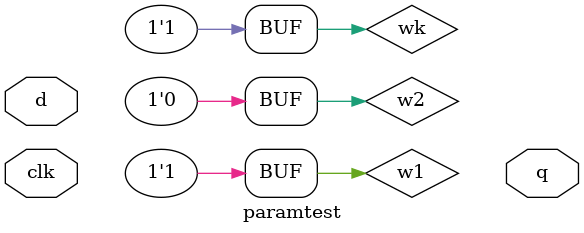
<source format=v>
module submodule1 #(parameter f=3) (input clk, input [f-1:0] d, output q);
  // tmrg default triplicate
  assign q = |d;
endmodule

module submodule2 #(parameter f=3) (input clk, input [f-1:0] d, output q);
  // tmrg do_not_touch
  assign q = |d;
endmodule

module submodule3 #(parameter f=3) (input clk, input [f-1:0] d, output q);
  // tmrg default do_not_triplicate
  assign q = |d;
endmodule


module paramtest #(parameter f=3, parameter k=3) (input clk,input [f:k]d , output q);
  parameter p1=1;
  parameter [2:0] p2=1;
  localparam l1=p1+p2;
  localparam [2:0] l2=f+k;

  wire [f:k] w1=p1;
  wire [f:k] w2=l1;
  
  wire wk;

  assign wk=l1+p1;
  // tmrg default do_not_triplicate
  submodule1 sm(.clk(clk), .d({3{|l1}}), .q());
  // tmrg triplicate sm2
  submodule1 sm2(.clk(clk), .d({3{|l2}}), .q());

  // tmrg triplicate sm3
  submodule2 sm3(.clk(clk), .d(l2), .q());

  submodule2 sm4(.clk(clk), .d(p2), .q());

  // tmrg triplicate sm5
  submodule3 sm5(.clk(clk), .d(l2), .q());

  submodule3 sm6(.clk(clk), .d(p2), .q());

endmodule


</source>
